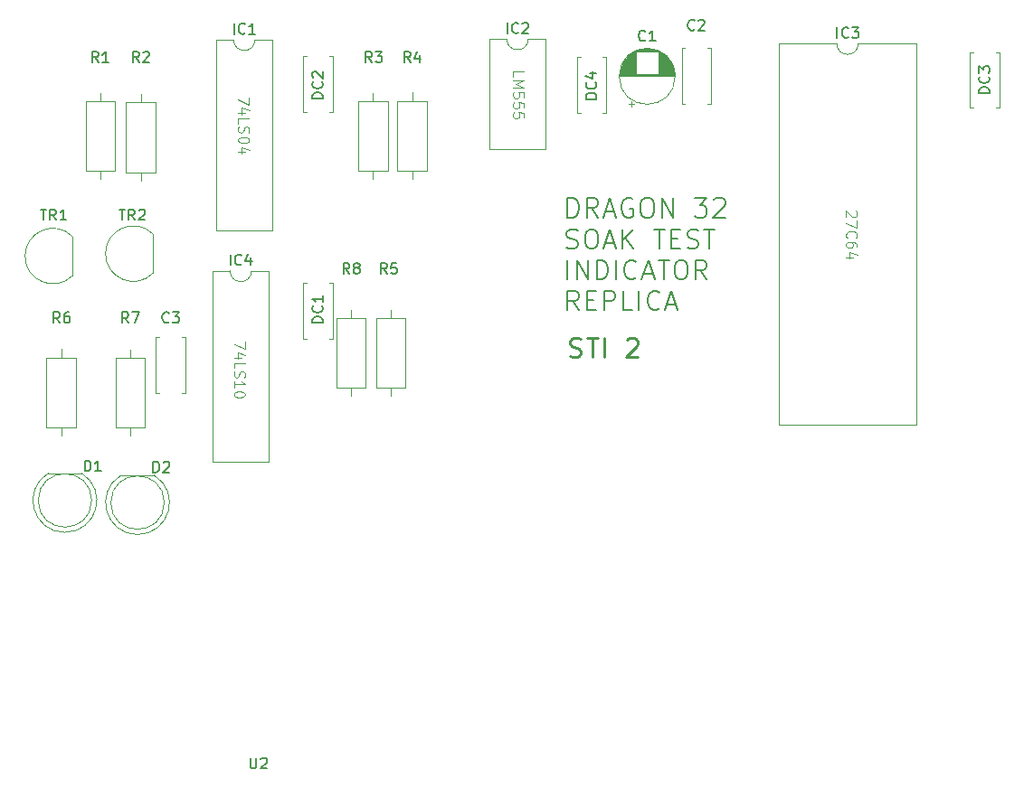
<source format=gbr>
G04 #@! TF.GenerationSoftware,KiCad,Pcbnew,7.0.10-unknown-202401271548~13fcb571f7~ubuntu23.10.1*
G04 #@! TF.CreationDate,2024-01-28T11:57:11+00:00*
G04 #@! TF.ProjectId,Dragon 32 Soak Test Cartridge,44726167-6f6e-4203-9332-20536f616b20,1.0*
G04 #@! TF.SameCoordinates,Original*
G04 #@! TF.FileFunction,Legend,Top*
G04 #@! TF.FilePolarity,Positive*
%FSLAX46Y46*%
G04 Gerber Fmt 4.6, Leading zero omitted, Abs format (unit mm)*
G04 Created by KiCad (PCBNEW 7.0.10-unknown-202401271548~13fcb571f7~ubuntu23.10.1) date 2024-01-28 11:57:11*
%MOMM*%
%LPD*%
G01*
G04 APERTURE LIST*
%ADD10C,0.187500*%
%ADD11C,0.125000*%
%ADD12C,0.225000*%
%ADD13C,0.150000*%
%ADD14C,0.120000*%
G04 APERTURE END LIST*
D10*
X94951926Y-59775964D02*
X94951926Y-57975964D01*
X94951926Y-57975964D02*
X95380497Y-57975964D01*
X95380497Y-57975964D02*
X95637640Y-58061678D01*
X95637640Y-58061678D02*
X95809069Y-58233107D01*
X95809069Y-58233107D02*
X95894783Y-58404535D01*
X95894783Y-58404535D02*
X95980497Y-58747392D01*
X95980497Y-58747392D02*
X95980497Y-59004535D01*
X95980497Y-59004535D02*
X95894783Y-59347392D01*
X95894783Y-59347392D02*
X95809069Y-59518821D01*
X95809069Y-59518821D02*
X95637640Y-59690250D01*
X95637640Y-59690250D02*
X95380497Y-59775964D01*
X95380497Y-59775964D02*
X94951926Y-59775964D01*
X97780497Y-59775964D02*
X97180497Y-58918821D01*
X96751926Y-59775964D02*
X96751926Y-57975964D01*
X96751926Y-57975964D02*
X97437640Y-57975964D01*
X97437640Y-57975964D02*
X97609069Y-58061678D01*
X97609069Y-58061678D02*
X97694783Y-58147392D01*
X97694783Y-58147392D02*
X97780497Y-58318821D01*
X97780497Y-58318821D02*
X97780497Y-58575964D01*
X97780497Y-58575964D02*
X97694783Y-58747392D01*
X97694783Y-58747392D02*
X97609069Y-58833107D01*
X97609069Y-58833107D02*
X97437640Y-58918821D01*
X97437640Y-58918821D02*
X96751926Y-58918821D01*
X98466212Y-59261678D02*
X99323355Y-59261678D01*
X98294783Y-59775964D02*
X98894783Y-57975964D01*
X98894783Y-57975964D02*
X99494783Y-59775964D01*
X101037640Y-58061678D02*
X100866212Y-57975964D01*
X100866212Y-57975964D02*
X100609069Y-57975964D01*
X100609069Y-57975964D02*
X100351926Y-58061678D01*
X100351926Y-58061678D02*
X100180497Y-58233107D01*
X100180497Y-58233107D02*
X100094783Y-58404535D01*
X100094783Y-58404535D02*
X100009069Y-58747392D01*
X100009069Y-58747392D02*
X100009069Y-59004535D01*
X100009069Y-59004535D02*
X100094783Y-59347392D01*
X100094783Y-59347392D02*
X100180497Y-59518821D01*
X100180497Y-59518821D02*
X100351926Y-59690250D01*
X100351926Y-59690250D02*
X100609069Y-59775964D01*
X100609069Y-59775964D02*
X100780497Y-59775964D01*
X100780497Y-59775964D02*
X101037640Y-59690250D01*
X101037640Y-59690250D02*
X101123354Y-59604535D01*
X101123354Y-59604535D02*
X101123354Y-59004535D01*
X101123354Y-59004535D02*
X100780497Y-59004535D01*
X102237640Y-57975964D02*
X102580497Y-57975964D01*
X102580497Y-57975964D02*
X102751926Y-58061678D01*
X102751926Y-58061678D02*
X102923354Y-58233107D01*
X102923354Y-58233107D02*
X103009069Y-58575964D01*
X103009069Y-58575964D02*
X103009069Y-59175964D01*
X103009069Y-59175964D02*
X102923354Y-59518821D01*
X102923354Y-59518821D02*
X102751926Y-59690250D01*
X102751926Y-59690250D02*
X102580497Y-59775964D01*
X102580497Y-59775964D02*
X102237640Y-59775964D01*
X102237640Y-59775964D02*
X102066212Y-59690250D01*
X102066212Y-59690250D02*
X101894783Y-59518821D01*
X101894783Y-59518821D02*
X101809069Y-59175964D01*
X101809069Y-59175964D02*
X101809069Y-58575964D01*
X101809069Y-58575964D02*
X101894783Y-58233107D01*
X101894783Y-58233107D02*
X102066212Y-58061678D01*
X102066212Y-58061678D02*
X102237640Y-57975964D01*
X103780497Y-59775964D02*
X103780497Y-57975964D01*
X103780497Y-57975964D02*
X104809068Y-59775964D01*
X104809068Y-59775964D02*
X104809068Y-57975964D01*
X106866211Y-57975964D02*
X107980497Y-57975964D01*
X107980497Y-57975964D02*
X107380497Y-58661678D01*
X107380497Y-58661678D02*
X107637640Y-58661678D01*
X107637640Y-58661678D02*
X107809069Y-58747392D01*
X107809069Y-58747392D02*
X107894783Y-58833107D01*
X107894783Y-58833107D02*
X107980497Y-59004535D01*
X107980497Y-59004535D02*
X107980497Y-59433107D01*
X107980497Y-59433107D02*
X107894783Y-59604535D01*
X107894783Y-59604535D02*
X107809069Y-59690250D01*
X107809069Y-59690250D02*
X107637640Y-59775964D01*
X107637640Y-59775964D02*
X107123354Y-59775964D01*
X107123354Y-59775964D02*
X106951926Y-59690250D01*
X106951926Y-59690250D02*
X106866211Y-59604535D01*
X108666212Y-58147392D02*
X108751926Y-58061678D01*
X108751926Y-58061678D02*
X108923355Y-57975964D01*
X108923355Y-57975964D02*
X109351926Y-57975964D01*
X109351926Y-57975964D02*
X109523355Y-58061678D01*
X109523355Y-58061678D02*
X109609069Y-58147392D01*
X109609069Y-58147392D02*
X109694783Y-58318821D01*
X109694783Y-58318821D02*
X109694783Y-58490250D01*
X109694783Y-58490250D02*
X109609069Y-58747392D01*
X109609069Y-58747392D02*
X108580497Y-59775964D01*
X108580497Y-59775964D02*
X109694783Y-59775964D01*
X94866212Y-62588250D02*
X95123355Y-62673964D01*
X95123355Y-62673964D02*
X95551926Y-62673964D01*
X95551926Y-62673964D02*
X95723355Y-62588250D01*
X95723355Y-62588250D02*
X95809069Y-62502535D01*
X95809069Y-62502535D02*
X95894783Y-62331107D01*
X95894783Y-62331107D02*
X95894783Y-62159678D01*
X95894783Y-62159678D02*
X95809069Y-61988250D01*
X95809069Y-61988250D02*
X95723355Y-61902535D01*
X95723355Y-61902535D02*
X95551926Y-61816821D01*
X95551926Y-61816821D02*
X95209069Y-61731107D01*
X95209069Y-61731107D02*
X95037640Y-61645392D01*
X95037640Y-61645392D02*
X94951926Y-61559678D01*
X94951926Y-61559678D02*
X94866212Y-61388250D01*
X94866212Y-61388250D02*
X94866212Y-61216821D01*
X94866212Y-61216821D02*
X94951926Y-61045392D01*
X94951926Y-61045392D02*
X95037640Y-60959678D01*
X95037640Y-60959678D02*
X95209069Y-60873964D01*
X95209069Y-60873964D02*
X95637640Y-60873964D01*
X95637640Y-60873964D02*
X95894783Y-60959678D01*
X97009069Y-60873964D02*
X97351926Y-60873964D01*
X97351926Y-60873964D02*
X97523355Y-60959678D01*
X97523355Y-60959678D02*
X97694783Y-61131107D01*
X97694783Y-61131107D02*
X97780498Y-61473964D01*
X97780498Y-61473964D02*
X97780498Y-62073964D01*
X97780498Y-62073964D02*
X97694783Y-62416821D01*
X97694783Y-62416821D02*
X97523355Y-62588250D01*
X97523355Y-62588250D02*
X97351926Y-62673964D01*
X97351926Y-62673964D02*
X97009069Y-62673964D01*
X97009069Y-62673964D02*
X96837641Y-62588250D01*
X96837641Y-62588250D02*
X96666212Y-62416821D01*
X96666212Y-62416821D02*
X96580498Y-62073964D01*
X96580498Y-62073964D02*
X96580498Y-61473964D01*
X96580498Y-61473964D02*
X96666212Y-61131107D01*
X96666212Y-61131107D02*
X96837641Y-60959678D01*
X96837641Y-60959678D02*
X97009069Y-60873964D01*
X98466212Y-62159678D02*
X99323355Y-62159678D01*
X98294783Y-62673964D02*
X98894783Y-60873964D01*
X98894783Y-60873964D02*
X99494783Y-62673964D01*
X100094783Y-62673964D02*
X100094783Y-60873964D01*
X101123354Y-62673964D02*
X100351926Y-61645392D01*
X101123354Y-60873964D02*
X100094783Y-61902535D01*
X103009069Y-60873964D02*
X104037641Y-60873964D01*
X103523355Y-62673964D02*
X103523355Y-60873964D01*
X104637641Y-61731107D02*
X105237641Y-61731107D01*
X105494784Y-62673964D02*
X104637641Y-62673964D01*
X104637641Y-62673964D02*
X104637641Y-60873964D01*
X104637641Y-60873964D02*
X105494784Y-60873964D01*
X106180498Y-62588250D02*
X106437641Y-62673964D01*
X106437641Y-62673964D02*
X106866212Y-62673964D01*
X106866212Y-62673964D02*
X107037641Y-62588250D01*
X107037641Y-62588250D02*
X107123355Y-62502535D01*
X107123355Y-62502535D02*
X107209069Y-62331107D01*
X107209069Y-62331107D02*
X107209069Y-62159678D01*
X107209069Y-62159678D02*
X107123355Y-61988250D01*
X107123355Y-61988250D02*
X107037641Y-61902535D01*
X107037641Y-61902535D02*
X106866212Y-61816821D01*
X106866212Y-61816821D02*
X106523355Y-61731107D01*
X106523355Y-61731107D02*
X106351926Y-61645392D01*
X106351926Y-61645392D02*
X106266212Y-61559678D01*
X106266212Y-61559678D02*
X106180498Y-61388250D01*
X106180498Y-61388250D02*
X106180498Y-61216821D01*
X106180498Y-61216821D02*
X106266212Y-61045392D01*
X106266212Y-61045392D02*
X106351926Y-60959678D01*
X106351926Y-60959678D02*
X106523355Y-60873964D01*
X106523355Y-60873964D02*
X106951926Y-60873964D01*
X106951926Y-60873964D02*
X107209069Y-60959678D01*
X107723355Y-60873964D02*
X108751927Y-60873964D01*
X108237641Y-62673964D02*
X108237641Y-60873964D01*
X94951926Y-65571964D02*
X94951926Y-63771964D01*
X95809069Y-65571964D02*
X95809069Y-63771964D01*
X95809069Y-63771964D02*
X96837640Y-65571964D01*
X96837640Y-65571964D02*
X96837640Y-63771964D01*
X97694783Y-65571964D02*
X97694783Y-63771964D01*
X97694783Y-63771964D02*
X98123354Y-63771964D01*
X98123354Y-63771964D02*
X98380497Y-63857678D01*
X98380497Y-63857678D02*
X98551926Y-64029107D01*
X98551926Y-64029107D02*
X98637640Y-64200535D01*
X98637640Y-64200535D02*
X98723354Y-64543392D01*
X98723354Y-64543392D02*
X98723354Y-64800535D01*
X98723354Y-64800535D02*
X98637640Y-65143392D01*
X98637640Y-65143392D02*
X98551926Y-65314821D01*
X98551926Y-65314821D02*
X98380497Y-65486250D01*
X98380497Y-65486250D02*
X98123354Y-65571964D01*
X98123354Y-65571964D02*
X97694783Y-65571964D01*
X99494783Y-65571964D02*
X99494783Y-63771964D01*
X101380497Y-65400535D02*
X101294783Y-65486250D01*
X101294783Y-65486250D02*
X101037640Y-65571964D01*
X101037640Y-65571964D02*
X100866212Y-65571964D01*
X100866212Y-65571964D02*
X100609069Y-65486250D01*
X100609069Y-65486250D02*
X100437640Y-65314821D01*
X100437640Y-65314821D02*
X100351926Y-65143392D01*
X100351926Y-65143392D02*
X100266212Y-64800535D01*
X100266212Y-64800535D02*
X100266212Y-64543392D01*
X100266212Y-64543392D02*
X100351926Y-64200535D01*
X100351926Y-64200535D02*
X100437640Y-64029107D01*
X100437640Y-64029107D02*
X100609069Y-63857678D01*
X100609069Y-63857678D02*
X100866212Y-63771964D01*
X100866212Y-63771964D02*
X101037640Y-63771964D01*
X101037640Y-63771964D02*
X101294783Y-63857678D01*
X101294783Y-63857678D02*
X101380497Y-63943392D01*
X102066212Y-65057678D02*
X102923355Y-65057678D01*
X101894783Y-65571964D02*
X102494783Y-63771964D01*
X102494783Y-63771964D02*
X103094783Y-65571964D01*
X103437640Y-63771964D02*
X104466212Y-63771964D01*
X103951926Y-65571964D02*
X103951926Y-63771964D01*
X105409069Y-63771964D02*
X105751926Y-63771964D01*
X105751926Y-63771964D02*
X105923355Y-63857678D01*
X105923355Y-63857678D02*
X106094783Y-64029107D01*
X106094783Y-64029107D02*
X106180498Y-64371964D01*
X106180498Y-64371964D02*
X106180498Y-64971964D01*
X106180498Y-64971964D02*
X106094783Y-65314821D01*
X106094783Y-65314821D02*
X105923355Y-65486250D01*
X105923355Y-65486250D02*
X105751926Y-65571964D01*
X105751926Y-65571964D02*
X105409069Y-65571964D01*
X105409069Y-65571964D02*
X105237641Y-65486250D01*
X105237641Y-65486250D02*
X105066212Y-65314821D01*
X105066212Y-65314821D02*
X104980498Y-64971964D01*
X104980498Y-64971964D02*
X104980498Y-64371964D01*
X104980498Y-64371964D02*
X105066212Y-64029107D01*
X105066212Y-64029107D02*
X105237641Y-63857678D01*
X105237641Y-63857678D02*
X105409069Y-63771964D01*
X107980497Y-65571964D02*
X107380497Y-64714821D01*
X106951926Y-65571964D02*
X106951926Y-63771964D01*
X106951926Y-63771964D02*
X107637640Y-63771964D01*
X107637640Y-63771964D02*
X107809069Y-63857678D01*
X107809069Y-63857678D02*
X107894783Y-63943392D01*
X107894783Y-63943392D02*
X107980497Y-64114821D01*
X107980497Y-64114821D02*
X107980497Y-64371964D01*
X107980497Y-64371964D02*
X107894783Y-64543392D01*
X107894783Y-64543392D02*
X107809069Y-64629107D01*
X107809069Y-64629107D02*
X107637640Y-64714821D01*
X107637640Y-64714821D02*
X106951926Y-64714821D01*
X95980497Y-68469964D02*
X95380497Y-67612821D01*
X94951926Y-68469964D02*
X94951926Y-66669964D01*
X94951926Y-66669964D02*
X95637640Y-66669964D01*
X95637640Y-66669964D02*
X95809069Y-66755678D01*
X95809069Y-66755678D02*
X95894783Y-66841392D01*
X95894783Y-66841392D02*
X95980497Y-67012821D01*
X95980497Y-67012821D02*
X95980497Y-67269964D01*
X95980497Y-67269964D02*
X95894783Y-67441392D01*
X95894783Y-67441392D02*
X95809069Y-67527107D01*
X95809069Y-67527107D02*
X95637640Y-67612821D01*
X95637640Y-67612821D02*
X94951926Y-67612821D01*
X96751926Y-67527107D02*
X97351926Y-67527107D01*
X97609069Y-68469964D02*
X96751926Y-68469964D01*
X96751926Y-68469964D02*
X96751926Y-66669964D01*
X96751926Y-66669964D02*
X97609069Y-66669964D01*
X98380497Y-68469964D02*
X98380497Y-66669964D01*
X98380497Y-66669964D02*
X99066211Y-66669964D01*
X99066211Y-66669964D02*
X99237640Y-66755678D01*
X99237640Y-66755678D02*
X99323354Y-66841392D01*
X99323354Y-66841392D02*
X99409068Y-67012821D01*
X99409068Y-67012821D02*
X99409068Y-67269964D01*
X99409068Y-67269964D02*
X99323354Y-67441392D01*
X99323354Y-67441392D02*
X99237640Y-67527107D01*
X99237640Y-67527107D02*
X99066211Y-67612821D01*
X99066211Y-67612821D02*
X98380497Y-67612821D01*
X101037640Y-68469964D02*
X100180497Y-68469964D01*
X100180497Y-68469964D02*
X100180497Y-66669964D01*
X101637640Y-68469964D02*
X101637640Y-66669964D01*
X103523354Y-68298535D02*
X103437640Y-68384250D01*
X103437640Y-68384250D02*
X103180497Y-68469964D01*
X103180497Y-68469964D02*
X103009069Y-68469964D01*
X103009069Y-68469964D02*
X102751926Y-68384250D01*
X102751926Y-68384250D02*
X102580497Y-68212821D01*
X102580497Y-68212821D02*
X102494783Y-68041392D01*
X102494783Y-68041392D02*
X102409069Y-67698535D01*
X102409069Y-67698535D02*
X102409069Y-67441392D01*
X102409069Y-67441392D02*
X102494783Y-67098535D01*
X102494783Y-67098535D02*
X102580497Y-66927107D01*
X102580497Y-66927107D02*
X102751926Y-66755678D01*
X102751926Y-66755678D02*
X103009069Y-66669964D01*
X103009069Y-66669964D02*
X103180497Y-66669964D01*
X103180497Y-66669964D02*
X103437640Y-66755678D01*
X103437640Y-66755678D02*
X103523354Y-66841392D01*
X104209069Y-67955678D02*
X105066212Y-67955678D01*
X104037640Y-68469964D02*
X104637640Y-66669964D01*
X104637640Y-66669964D02*
X105237640Y-68469964D01*
D11*
X65128880Y-48525093D02*
X65128880Y-49191759D01*
X65128880Y-49191759D02*
X64128880Y-48763188D01*
X64795547Y-50001283D02*
X64128880Y-50001283D01*
X65176500Y-49763188D02*
X64462214Y-49525093D01*
X64462214Y-49525093D02*
X64462214Y-50144140D01*
X64128880Y-51001283D02*
X64128880Y-50525093D01*
X64128880Y-50525093D02*
X65128880Y-50525093D01*
X64176500Y-51286998D02*
X64128880Y-51429855D01*
X64128880Y-51429855D02*
X64128880Y-51667950D01*
X64128880Y-51667950D02*
X64176500Y-51763188D01*
X64176500Y-51763188D02*
X64224119Y-51810807D01*
X64224119Y-51810807D02*
X64319357Y-51858426D01*
X64319357Y-51858426D02*
X64414595Y-51858426D01*
X64414595Y-51858426D02*
X64509833Y-51810807D01*
X64509833Y-51810807D02*
X64557452Y-51763188D01*
X64557452Y-51763188D02*
X64605071Y-51667950D01*
X64605071Y-51667950D02*
X64652690Y-51477474D01*
X64652690Y-51477474D02*
X64700309Y-51382236D01*
X64700309Y-51382236D02*
X64747928Y-51334617D01*
X64747928Y-51334617D02*
X64843166Y-51286998D01*
X64843166Y-51286998D02*
X64938404Y-51286998D01*
X64938404Y-51286998D02*
X65033642Y-51334617D01*
X65033642Y-51334617D02*
X65081261Y-51382236D01*
X65081261Y-51382236D02*
X65128880Y-51477474D01*
X65128880Y-51477474D02*
X65128880Y-51715569D01*
X65128880Y-51715569D02*
X65081261Y-51858426D01*
X65128880Y-52477474D02*
X65128880Y-52572712D01*
X65128880Y-52572712D02*
X65081261Y-52667950D01*
X65081261Y-52667950D02*
X65033642Y-52715569D01*
X65033642Y-52715569D02*
X64938404Y-52763188D01*
X64938404Y-52763188D02*
X64747928Y-52810807D01*
X64747928Y-52810807D02*
X64509833Y-52810807D01*
X64509833Y-52810807D02*
X64319357Y-52763188D01*
X64319357Y-52763188D02*
X64224119Y-52715569D01*
X64224119Y-52715569D02*
X64176500Y-52667950D01*
X64176500Y-52667950D02*
X64128880Y-52572712D01*
X64128880Y-52572712D02*
X64128880Y-52477474D01*
X64128880Y-52477474D02*
X64176500Y-52382236D01*
X64176500Y-52382236D02*
X64224119Y-52334617D01*
X64224119Y-52334617D02*
X64319357Y-52286998D01*
X64319357Y-52286998D02*
X64509833Y-52239379D01*
X64509833Y-52239379D02*
X64747928Y-52239379D01*
X64747928Y-52239379D02*
X64938404Y-52286998D01*
X64938404Y-52286998D02*
X65033642Y-52334617D01*
X65033642Y-52334617D02*
X65081261Y-52382236D01*
X65081261Y-52382236D02*
X65128880Y-52477474D01*
X64795547Y-53667950D02*
X64128880Y-53667950D01*
X65176500Y-53429855D02*
X64462214Y-53191760D01*
X64462214Y-53191760D02*
X64462214Y-53810807D01*
X64728880Y-71425093D02*
X64728880Y-72091759D01*
X64728880Y-72091759D02*
X63728880Y-71663188D01*
X64395547Y-72901283D02*
X63728880Y-72901283D01*
X64776500Y-72663188D02*
X64062214Y-72425093D01*
X64062214Y-72425093D02*
X64062214Y-73044140D01*
X63728880Y-73901283D02*
X63728880Y-73425093D01*
X63728880Y-73425093D02*
X64728880Y-73425093D01*
X63776500Y-74186998D02*
X63728880Y-74329855D01*
X63728880Y-74329855D02*
X63728880Y-74567950D01*
X63728880Y-74567950D02*
X63776500Y-74663188D01*
X63776500Y-74663188D02*
X63824119Y-74710807D01*
X63824119Y-74710807D02*
X63919357Y-74758426D01*
X63919357Y-74758426D02*
X64014595Y-74758426D01*
X64014595Y-74758426D02*
X64109833Y-74710807D01*
X64109833Y-74710807D02*
X64157452Y-74663188D01*
X64157452Y-74663188D02*
X64205071Y-74567950D01*
X64205071Y-74567950D02*
X64252690Y-74377474D01*
X64252690Y-74377474D02*
X64300309Y-74282236D01*
X64300309Y-74282236D02*
X64347928Y-74234617D01*
X64347928Y-74234617D02*
X64443166Y-74186998D01*
X64443166Y-74186998D02*
X64538404Y-74186998D01*
X64538404Y-74186998D02*
X64633642Y-74234617D01*
X64633642Y-74234617D02*
X64681261Y-74282236D01*
X64681261Y-74282236D02*
X64728880Y-74377474D01*
X64728880Y-74377474D02*
X64728880Y-74615569D01*
X64728880Y-74615569D02*
X64681261Y-74758426D01*
X63728880Y-75710807D02*
X63728880Y-75139379D01*
X63728880Y-75425093D02*
X64728880Y-75425093D01*
X64728880Y-75425093D02*
X64586023Y-75329855D01*
X64586023Y-75329855D02*
X64490785Y-75234617D01*
X64490785Y-75234617D02*
X64443166Y-75139379D01*
X64728880Y-76329855D02*
X64728880Y-76425093D01*
X64728880Y-76425093D02*
X64681261Y-76520331D01*
X64681261Y-76520331D02*
X64633642Y-76567950D01*
X64633642Y-76567950D02*
X64538404Y-76615569D01*
X64538404Y-76615569D02*
X64347928Y-76663188D01*
X64347928Y-76663188D02*
X64109833Y-76663188D01*
X64109833Y-76663188D02*
X63919357Y-76615569D01*
X63919357Y-76615569D02*
X63824119Y-76567950D01*
X63824119Y-76567950D02*
X63776500Y-76520331D01*
X63776500Y-76520331D02*
X63728880Y-76425093D01*
X63728880Y-76425093D02*
X63728880Y-76329855D01*
X63728880Y-76329855D02*
X63776500Y-76234617D01*
X63776500Y-76234617D02*
X63824119Y-76186998D01*
X63824119Y-76186998D02*
X63919357Y-76139379D01*
X63919357Y-76139379D02*
X64109833Y-76091760D01*
X64109833Y-76091760D02*
X64347928Y-76091760D01*
X64347928Y-76091760D02*
X64538404Y-76139379D01*
X64538404Y-76139379D02*
X64633642Y-76186998D01*
X64633642Y-76186998D02*
X64681261Y-76234617D01*
X64681261Y-76234617D02*
X64728880Y-76329855D01*
X121933642Y-59172712D02*
X121981261Y-59220331D01*
X121981261Y-59220331D02*
X122028880Y-59315569D01*
X122028880Y-59315569D02*
X122028880Y-59553664D01*
X122028880Y-59553664D02*
X121981261Y-59648902D01*
X121981261Y-59648902D02*
X121933642Y-59696521D01*
X121933642Y-59696521D02*
X121838404Y-59744140D01*
X121838404Y-59744140D02*
X121743166Y-59744140D01*
X121743166Y-59744140D02*
X121600309Y-59696521D01*
X121600309Y-59696521D02*
X121028880Y-59125093D01*
X121028880Y-59125093D02*
X121028880Y-59744140D01*
X122028880Y-60077474D02*
X122028880Y-60744140D01*
X122028880Y-60744140D02*
X121028880Y-60315569D01*
X121124119Y-61696521D02*
X121076500Y-61648902D01*
X121076500Y-61648902D02*
X121028880Y-61506045D01*
X121028880Y-61506045D02*
X121028880Y-61410807D01*
X121028880Y-61410807D02*
X121076500Y-61267950D01*
X121076500Y-61267950D02*
X121171738Y-61172712D01*
X121171738Y-61172712D02*
X121266976Y-61125093D01*
X121266976Y-61125093D02*
X121457452Y-61077474D01*
X121457452Y-61077474D02*
X121600309Y-61077474D01*
X121600309Y-61077474D02*
X121790785Y-61125093D01*
X121790785Y-61125093D02*
X121886023Y-61172712D01*
X121886023Y-61172712D02*
X121981261Y-61267950D01*
X121981261Y-61267950D02*
X122028880Y-61410807D01*
X122028880Y-61410807D02*
X122028880Y-61506045D01*
X122028880Y-61506045D02*
X121981261Y-61648902D01*
X121981261Y-61648902D02*
X121933642Y-61696521D01*
X122028880Y-62553664D02*
X122028880Y-62363188D01*
X122028880Y-62363188D02*
X121981261Y-62267950D01*
X121981261Y-62267950D02*
X121933642Y-62220331D01*
X121933642Y-62220331D02*
X121790785Y-62125093D01*
X121790785Y-62125093D02*
X121600309Y-62077474D01*
X121600309Y-62077474D02*
X121219357Y-62077474D01*
X121219357Y-62077474D02*
X121124119Y-62125093D01*
X121124119Y-62125093D02*
X121076500Y-62172712D01*
X121076500Y-62172712D02*
X121028880Y-62267950D01*
X121028880Y-62267950D02*
X121028880Y-62458426D01*
X121028880Y-62458426D02*
X121076500Y-62553664D01*
X121076500Y-62553664D02*
X121124119Y-62601283D01*
X121124119Y-62601283D02*
X121219357Y-62648902D01*
X121219357Y-62648902D02*
X121457452Y-62648902D01*
X121457452Y-62648902D02*
X121552690Y-62601283D01*
X121552690Y-62601283D02*
X121600309Y-62553664D01*
X121600309Y-62553664D02*
X121647928Y-62458426D01*
X121647928Y-62458426D02*
X121647928Y-62267950D01*
X121647928Y-62267950D02*
X121600309Y-62172712D01*
X121600309Y-62172712D02*
X121552690Y-62125093D01*
X121552690Y-62125093D02*
X121457452Y-62077474D01*
X121695547Y-63506045D02*
X121028880Y-63506045D01*
X122076500Y-63267950D02*
X121362214Y-63029855D01*
X121362214Y-63029855D02*
X121362214Y-63648902D01*
D12*
X95190883Y-72782300D02*
X95448026Y-72868014D01*
X95448026Y-72868014D02*
X95876597Y-72868014D01*
X95876597Y-72868014D02*
X96048026Y-72782300D01*
X96048026Y-72782300D02*
X96133740Y-72696585D01*
X96133740Y-72696585D02*
X96219454Y-72525157D01*
X96219454Y-72525157D02*
X96219454Y-72353728D01*
X96219454Y-72353728D02*
X96133740Y-72182300D01*
X96133740Y-72182300D02*
X96048026Y-72096585D01*
X96048026Y-72096585D02*
X95876597Y-72010871D01*
X95876597Y-72010871D02*
X95533740Y-71925157D01*
X95533740Y-71925157D02*
X95362311Y-71839442D01*
X95362311Y-71839442D02*
X95276597Y-71753728D01*
X95276597Y-71753728D02*
X95190883Y-71582300D01*
X95190883Y-71582300D02*
X95190883Y-71410871D01*
X95190883Y-71410871D02*
X95276597Y-71239442D01*
X95276597Y-71239442D02*
X95362311Y-71153728D01*
X95362311Y-71153728D02*
X95533740Y-71068014D01*
X95533740Y-71068014D02*
X95962311Y-71068014D01*
X95962311Y-71068014D02*
X96219454Y-71153728D01*
X96733740Y-71068014D02*
X97762312Y-71068014D01*
X97248026Y-72868014D02*
X97248026Y-71068014D01*
X98362312Y-72868014D02*
X98362312Y-71068014D01*
X100505170Y-71239442D02*
X100590884Y-71153728D01*
X100590884Y-71153728D02*
X100762313Y-71068014D01*
X100762313Y-71068014D02*
X101190884Y-71068014D01*
X101190884Y-71068014D02*
X101362313Y-71153728D01*
X101362313Y-71153728D02*
X101448027Y-71239442D01*
X101448027Y-71239442D02*
X101533741Y-71410871D01*
X101533741Y-71410871D02*
X101533741Y-71582300D01*
X101533741Y-71582300D02*
X101448027Y-71839442D01*
X101448027Y-71839442D02*
X100419455Y-72868014D01*
X100419455Y-72868014D02*
X101533741Y-72868014D01*
D11*
X89828880Y-46596521D02*
X89828880Y-46120331D01*
X89828880Y-46120331D02*
X90828880Y-46120331D01*
X89828880Y-46929855D02*
X90828880Y-46929855D01*
X90828880Y-46929855D02*
X90114595Y-47263188D01*
X90114595Y-47263188D02*
X90828880Y-47596521D01*
X90828880Y-47596521D02*
X89828880Y-47596521D01*
X90828880Y-48548902D02*
X90828880Y-48072712D01*
X90828880Y-48072712D02*
X90352690Y-48025093D01*
X90352690Y-48025093D02*
X90400309Y-48072712D01*
X90400309Y-48072712D02*
X90447928Y-48167950D01*
X90447928Y-48167950D02*
X90447928Y-48406045D01*
X90447928Y-48406045D02*
X90400309Y-48501283D01*
X90400309Y-48501283D02*
X90352690Y-48548902D01*
X90352690Y-48548902D02*
X90257452Y-48596521D01*
X90257452Y-48596521D02*
X90019357Y-48596521D01*
X90019357Y-48596521D02*
X89924119Y-48548902D01*
X89924119Y-48548902D02*
X89876500Y-48501283D01*
X89876500Y-48501283D02*
X89828880Y-48406045D01*
X89828880Y-48406045D02*
X89828880Y-48167950D01*
X89828880Y-48167950D02*
X89876500Y-48072712D01*
X89876500Y-48072712D02*
X89924119Y-48025093D01*
X90828880Y-49501283D02*
X90828880Y-49025093D01*
X90828880Y-49025093D02*
X90352690Y-48977474D01*
X90352690Y-48977474D02*
X90400309Y-49025093D01*
X90400309Y-49025093D02*
X90447928Y-49120331D01*
X90447928Y-49120331D02*
X90447928Y-49358426D01*
X90447928Y-49358426D02*
X90400309Y-49453664D01*
X90400309Y-49453664D02*
X90352690Y-49501283D01*
X90352690Y-49501283D02*
X90257452Y-49548902D01*
X90257452Y-49548902D02*
X90019357Y-49548902D01*
X90019357Y-49548902D02*
X89924119Y-49501283D01*
X89924119Y-49501283D02*
X89876500Y-49453664D01*
X89876500Y-49453664D02*
X89828880Y-49358426D01*
X89828880Y-49358426D02*
X89828880Y-49120331D01*
X89828880Y-49120331D02*
X89876500Y-49025093D01*
X89876500Y-49025093D02*
X89924119Y-48977474D01*
X90828880Y-50453664D02*
X90828880Y-49977474D01*
X90828880Y-49977474D02*
X90352690Y-49929855D01*
X90352690Y-49929855D02*
X90400309Y-49977474D01*
X90400309Y-49977474D02*
X90447928Y-50072712D01*
X90447928Y-50072712D02*
X90447928Y-50310807D01*
X90447928Y-50310807D02*
X90400309Y-50406045D01*
X90400309Y-50406045D02*
X90352690Y-50453664D01*
X90352690Y-50453664D02*
X90257452Y-50501283D01*
X90257452Y-50501283D02*
X90019357Y-50501283D01*
X90019357Y-50501283D02*
X89924119Y-50453664D01*
X89924119Y-50453664D02*
X89876500Y-50406045D01*
X89876500Y-50406045D02*
X89828880Y-50310807D01*
X89828880Y-50310807D02*
X89828880Y-50072712D01*
X89828880Y-50072712D02*
X89876500Y-49977474D01*
X89876500Y-49977474D02*
X89924119Y-49929855D01*
D13*
X63383810Y-64244819D02*
X63383810Y-63244819D01*
X64431428Y-64149580D02*
X64383809Y-64197200D01*
X64383809Y-64197200D02*
X64240952Y-64244819D01*
X64240952Y-64244819D02*
X64145714Y-64244819D01*
X64145714Y-64244819D02*
X64002857Y-64197200D01*
X64002857Y-64197200D02*
X63907619Y-64101961D01*
X63907619Y-64101961D02*
X63860000Y-64006723D01*
X63860000Y-64006723D02*
X63812381Y-63816247D01*
X63812381Y-63816247D02*
X63812381Y-63673390D01*
X63812381Y-63673390D02*
X63860000Y-63482914D01*
X63860000Y-63482914D02*
X63907619Y-63387676D01*
X63907619Y-63387676D02*
X64002857Y-63292438D01*
X64002857Y-63292438D02*
X64145714Y-63244819D01*
X64145714Y-63244819D02*
X64240952Y-63244819D01*
X64240952Y-63244819D02*
X64383809Y-63292438D01*
X64383809Y-63292438D02*
X64431428Y-63340057D01*
X65288571Y-63578152D02*
X65288571Y-64244819D01*
X65050476Y-63197200D02*
X64812381Y-63911485D01*
X64812381Y-63911485D02*
X65431428Y-63911485D01*
X65238095Y-110404819D02*
X65238095Y-111214342D01*
X65238095Y-111214342D02*
X65285714Y-111309580D01*
X65285714Y-111309580D02*
X65333333Y-111357200D01*
X65333333Y-111357200D02*
X65428571Y-111404819D01*
X65428571Y-111404819D02*
X65619047Y-111404819D01*
X65619047Y-111404819D02*
X65714285Y-111357200D01*
X65714285Y-111357200D02*
X65761904Y-111309580D01*
X65761904Y-111309580D02*
X65809523Y-111214342D01*
X65809523Y-111214342D02*
X65809523Y-110404819D01*
X66238095Y-110500057D02*
X66285714Y-110452438D01*
X66285714Y-110452438D02*
X66380952Y-110404819D01*
X66380952Y-110404819D02*
X66619047Y-110404819D01*
X66619047Y-110404819D02*
X66714285Y-110452438D01*
X66714285Y-110452438D02*
X66761904Y-110500057D01*
X66761904Y-110500057D02*
X66809523Y-110595295D01*
X66809523Y-110595295D02*
X66809523Y-110690533D01*
X66809523Y-110690533D02*
X66761904Y-110833390D01*
X66761904Y-110833390D02*
X66190476Y-111404819D01*
X66190476Y-111404819D02*
X66809523Y-111404819D01*
X49761905Y-83554819D02*
X49761905Y-82554819D01*
X49761905Y-82554819D02*
X50000000Y-82554819D01*
X50000000Y-82554819D02*
X50142857Y-82602438D01*
X50142857Y-82602438D02*
X50238095Y-82697676D01*
X50238095Y-82697676D02*
X50285714Y-82792914D01*
X50285714Y-82792914D02*
X50333333Y-82983390D01*
X50333333Y-82983390D02*
X50333333Y-83126247D01*
X50333333Y-83126247D02*
X50285714Y-83316723D01*
X50285714Y-83316723D02*
X50238095Y-83411961D01*
X50238095Y-83411961D02*
X50142857Y-83507200D01*
X50142857Y-83507200D02*
X50000000Y-83554819D01*
X50000000Y-83554819D02*
X49761905Y-83554819D01*
X51285714Y-83554819D02*
X50714286Y-83554819D01*
X51000000Y-83554819D02*
X51000000Y-82554819D01*
X51000000Y-82554819D02*
X50904762Y-82697676D01*
X50904762Y-82697676D02*
X50809524Y-82792914D01*
X50809524Y-82792914D02*
X50714286Y-82840533D01*
X120181810Y-42955819D02*
X120181810Y-41955819D01*
X121229428Y-42860580D02*
X121181809Y-42908200D01*
X121181809Y-42908200D02*
X121038952Y-42955819D01*
X121038952Y-42955819D02*
X120943714Y-42955819D01*
X120943714Y-42955819D02*
X120800857Y-42908200D01*
X120800857Y-42908200D02*
X120705619Y-42812961D01*
X120705619Y-42812961D02*
X120658000Y-42717723D01*
X120658000Y-42717723D02*
X120610381Y-42527247D01*
X120610381Y-42527247D02*
X120610381Y-42384390D01*
X120610381Y-42384390D02*
X120658000Y-42193914D01*
X120658000Y-42193914D02*
X120705619Y-42098676D01*
X120705619Y-42098676D02*
X120800857Y-42003438D01*
X120800857Y-42003438D02*
X120943714Y-41955819D01*
X120943714Y-41955819D02*
X121038952Y-41955819D01*
X121038952Y-41955819D02*
X121181809Y-42003438D01*
X121181809Y-42003438D02*
X121229428Y-42051057D01*
X121562762Y-41955819D02*
X122181809Y-41955819D01*
X122181809Y-41955819D02*
X121848476Y-42336771D01*
X121848476Y-42336771D02*
X121991333Y-42336771D01*
X121991333Y-42336771D02*
X122086571Y-42384390D01*
X122086571Y-42384390D02*
X122134190Y-42432009D01*
X122134190Y-42432009D02*
X122181809Y-42527247D01*
X122181809Y-42527247D02*
X122181809Y-42765342D01*
X122181809Y-42765342D02*
X122134190Y-42860580D01*
X122134190Y-42860580D02*
X122086571Y-42908200D01*
X122086571Y-42908200D02*
X121991333Y-42955819D01*
X121991333Y-42955819D02*
X121705619Y-42955819D01*
X121705619Y-42955819D02*
X121610381Y-42908200D01*
X121610381Y-42908200D02*
X121562762Y-42860580D01*
X72054819Y-69638094D02*
X71054819Y-69638094D01*
X71054819Y-69638094D02*
X71054819Y-69399999D01*
X71054819Y-69399999D02*
X71102438Y-69257142D01*
X71102438Y-69257142D02*
X71197676Y-69161904D01*
X71197676Y-69161904D02*
X71292914Y-69114285D01*
X71292914Y-69114285D02*
X71483390Y-69066666D01*
X71483390Y-69066666D02*
X71626247Y-69066666D01*
X71626247Y-69066666D02*
X71816723Y-69114285D01*
X71816723Y-69114285D02*
X71911961Y-69161904D01*
X71911961Y-69161904D02*
X72007200Y-69257142D01*
X72007200Y-69257142D02*
X72054819Y-69399999D01*
X72054819Y-69399999D02*
X72054819Y-69638094D01*
X71959580Y-68066666D02*
X72007200Y-68114285D01*
X72007200Y-68114285D02*
X72054819Y-68257142D01*
X72054819Y-68257142D02*
X72054819Y-68352380D01*
X72054819Y-68352380D02*
X72007200Y-68495237D01*
X72007200Y-68495237D02*
X71911961Y-68590475D01*
X71911961Y-68590475D02*
X71816723Y-68638094D01*
X71816723Y-68638094D02*
X71626247Y-68685713D01*
X71626247Y-68685713D02*
X71483390Y-68685713D01*
X71483390Y-68685713D02*
X71292914Y-68638094D01*
X71292914Y-68638094D02*
X71197676Y-68590475D01*
X71197676Y-68590475D02*
X71102438Y-68495237D01*
X71102438Y-68495237D02*
X71054819Y-68352380D01*
X71054819Y-68352380D02*
X71054819Y-68257142D01*
X71054819Y-68257142D02*
X71102438Y-68114285D01*
X71102438Y-68114285D02*
X71150057Y-68066666D01*
X72054819Y-67114285D02*
X72054819Y-67685713D01*
X72054819Y-67399999D02*
X71054819Y-67399999D01*
X71054819Y-67399999D02*
X71197676Y-67495237D01*
X71197676Y-67495237D02*
X71292914Y-67590475D01*
X71292914Y-67590475D02*
X71340533Y-67685713D01*
X72054819Y-48638094D02*
X71054819Y-48638094D01*
X71054819Y-48638094D02*
X71054819Y-48399999D01*
X71054819Y-48399999D02*
X71102438Y-48257142D01*
X71102438Y-48257142D02*
X71197676Y-48161904D01*
X71197676Y-48161904D02*
X71292914Y-48114285D01*
X71292914Y-48114285D02*
X71483390Y-48066666D01*
X71483390Y-48066666D02*
X71626247Y-48066666D01*
X71626247Y-48066666D02*
X71816723Y-48114285D01*
X71816723Y-48114285D02*
X71911961Y-48161904D01*
X71911961Y-48161904D02*
X72007200Y-48257142D01*
X72007200Y-48257142D02*
X72054819Y-48399999D01*
X72054819Y-48399999D02*
X72054819Y-48638094D01*
X71959580Y-47066666D02*
X72007200Y-47114285D01*
X72007200Y-47114285D02*
X72054819Y-47257142D01*
X72054819Y-47257142D02*
X72054819Y-47352380D01*
X72054819Y-47352380D02*
X72007200Y-47495237D01*
X72007200Y-47495237D02*
X71911961Y-47590475D01*
X71911961Y-47590475D02*
X71816723Y-47638094D01*
X71816723Y-47638094D02*
X71626247Y-47685713D01*
X71626247Y-47685713D02*
X71483390Y-47685713D01*
X71483390Y-47685713D02*
X71292914Y-47638094D01*
X71292914Y-47638094D02*
X71197676Y-47590475D01*
X71197676Y-47590475D02*
X71102438Y-47495237D01*
X71102438Y-47495237D02*
X71054819Y-47352380D01*
X71054819Y-47352380D02*
X71054819Y-47257142D01*
X71054819Y-47257142D02*
X71102438Y-47114285D01*
X71102438Y-47114285D02*
X71150057Y-47066666D01*
X71150057Y-46685713D02*
X71102438Y-46638094D01*
X71102438Y-46638094D02*
X71054819Y-46542856D01*
X71054819Y-46542856D02*
X71054819Y-46304761D01*
X71054819Y-46304761D02*
X71102438Y-46209523D01*
X71102438Y-46209523D02*
X71150057Y-46161904D01*
X71150057Y-46161904D02*
X71245295Y-46114285D01*
X71245295Y-46114285D02*
X71340533Y-46114285D01*
X71340533Y-46114285D02*
X71483390Y-46161904D01*
X71483390Y-46161904D02*
X72054819Y-46733332D01*
X72054819Y-46733332D02*
X72054819Y-46114285D01*
X54833333Y-45254819D02*
X54500000Y-44778628D01*
X54261905Y-45254819D02*
X54261905Y-44254819D01*
X54261905Y-44254819D02*
X54642857Y-44254819D01*
X54642857Y-44254819D02*
X54738095Y-44302438D01*
X54738095Y-44302438D02*
X54785714Y-44350057D01*
X54785714Y-44350057D02*
X54833333Y-44445295D01*
X54833333Y-44445295D02*
X54833333Y-44588152D01*
X54833333Y-44588152D02*
X54785714Y-44683390D01*
X54785714Y-44683390D02*
X54738095Y-44731009D01*
X54738095Y-44731009D02*
X54642857Y-44778628D01*
X54642857Y-44778628D02*
X54261905Y-44778628D01*
X55214286Y-44350057D02*
X55261905Y-44302438D01*
X55261905Y-44302438D02*
X55357143Y-44254819D01*
X55357143Y-44254819D02*
X55595238Y-44254819D01*
X55595238Y-44254819D02*
X55690476Y-44302438D01*
X55690476Y-44302438D02*
X55738095Y-44350057D01*
X55738095Y-44350057D02*
X55785714Y-44445295D01*
X55785714Y-44445295D02*
X55785714Y-44540533D01*
X55785714Y-44540533D02*
X55738095Y-44683390D01*
X55738095Y-44683390D02*
X55166667Y-45254819D01*
X55166667Y-45254819D02*
X55785714Y-45254819D01*
X78033333Y-65054819D02*
X77700000Y-64578628D01*
X77461905Y-65054819D02*
X77461905Y-64054819D01*
X77461905Y-64054819D02*
X77842857Y-64054819D01*
X77842857Y-64054819D02*
X77938095Y-64102438D01*
X77938095Y-64102438D02*
X77985714Y-64150057D01*
X77985714Y-64150057D02*
X78033333Y-64245295D01*
X78033333Y-64245295D02*
X78033333Y-64388152D01*
X78033333Y-64388152D02*
X77985714Y-64483390D01*
X77985714Y-64483390D02*
X77938095Y-64531009D01*
X77938095Y-64531009D02*
X77842857Y-64578628D01*
X77842857Y-64578628D02*
X77461905Y-64578628D01*
X78938095Y-64054819D02*
X78461905Y-64054819D01*
X78461905Y-64054819D02*
X78414286Y-64531009D01*
X78414286Y-64531009D02*
X78461905Y-64483390D01*
X78461905Y-64483390D02*
X78557143Y-64435771D01*
X78557143Y-64435771D02*
X78795238Y-64435771D01*
X78795238Y-64435771D02*
X78890476Y-64483390D01*
X78890476Y-64483390D02*
X78938095Y-64531009D01*
X78938095Y-64531009D02*
X78985714Y-64626247D01*
X78985714Y-64626247D02*
X78985714Y-64864342D01*
X78985714Y-64864342D02*
X78938095Y-64959580D01*
X78938095Y-64959580D02*
X78890476Y-65007200D01*
X78890476Y-65007200D02*
X78795238Y-65054819D01*
X78795238Y-65054819D02*
X78557143Y-65054819D01*
X78557143Y-65054819D02*
X78461905Y-65007200D01*
X78461905Y-65007200D02*
X78414286Y-64959580D01*
X45601095Y-59017819D02*
X46172523Y-59017819D01*
X45886809Y-60017819D02*
X45886809Y-59017819D01*
X47077285Y-60017819D02*
X46743952Y-59541628D01*
X46505857Y-60017819D02*
X46505857Y-59017819D01*
X46505857Y-59017819D02*
X46886809Y-59017819D01*
X46886809Y-59017819D02*
X46982047Y-59065438D01*
X46982047Y-59065438D02*
X47029666Y-59113057D01*
X47029666Y-59113057D02*
X47077285Y-59208295D01*
X47077285Y-59208295D02*
X47077285Y-59351152D01*
X47077285Y-59351152D02*
X47029666Y-59446390D01*
X47029666Y-59446390D02*
X46982047Y-59494009D01*
X46982047Y-59494009D02*
X46886809Y-59541628D01*
X46886809Y-59541628D02*
X46505857Y-59541628D01*
X48029666Y-60017819D02*
X47458238Y-60017819D01*
X47743952Y-60017819D02*
X47743952Y-59017819D01*
X47743952Y-59017819D02*
X47648714Y-59160676D01*
X47648714Y-59160676D02*
X47553476Y-59255914D01*
X47553476Y-59255914D02*
X47458238Y-59303533D01*
X106833333Y-42159580D02*
X106785714Y-42207200D01*
X106785714Y-42207200D02*
X106642857Y-42254819D01*
X106642857Y-42254819D02*
X106547619Y-42254819D01*
X106547619Y-42254819D02*
X106404762Y-42207200D01*
X106404762Y-42207200D02*
X106309524Y-42111961D01*
X106309524Y-42111961D02*
X106261905Y-42016723D01*
X106261905Y-42016723D02*
X106214286Y-41826247D01*
X106214286Y-41826247D02*
X106214286Y-41683390D01*
X106214286Y-41683390D02*
X106261905Y-41492914D01*
X106261905Y-41492914D02*
X106309524Y-41397676D01*
X106309524Y-41397676D02*
X106404762Y-41302438D01*
X106404762Y-41302438D02*
X106547619Y-41254819D01*
X106547619Y-41254819D02*
X106642857Y-41254819D01*
X106642857Y-41254819D02*
X106785714Y-41302438D01*
X106785714Y-41302438D02*
X106833333Y-41350057D01*
X107214286Y-41350057D02*
X107261905Y-41302438D01*
X107261905Y-41302438D02*
X107357143Y-41254819D01*
X107357143Y-41254819D02*
X107595238Y-41254819D01*
X107595238Y-41254819D02*
X107690476Y-41302438D01*
X107690476Y-41302438D02*
X107738095Y-41350057D01*
X107738095Y-41350057D02*
X107785714Y-41445295D01*
X107785714Y-41445295D02*
X107785714Y-41540533D01*
X107785714Y-41540533D02*
X107738095Y-41683390D01*
X107738095Y-41683390D02*
X107166667Y-42254819D01*
X107166667Y-42254819D02*
X107785714Y-42254819D01*
X53833333Y-69654819D02*
X53500000Y-69178628D01*
X53261905Y-69654819D02*
X53261905Y-68654819D01*
X53261905Y-68654819D02*
X53642857Y-68654819D01*
X53642857Y-68654819D02*
X53738095Y-68702438D01*
X53738095Y-68702438D02*
X53785714Y-68750057D01*
X53785714Y-68750057D02*
X53833333Y-68845295D01*
X53833333Y-68845295D02*
X53833333Y-68988152D01*
X53833333Y-68988152D02*
X53785714Y-69083390D01*
X53785714Y-69083390D02*
X53738095Y-69131009D01*
X53738095Y-69131009D02*
X53642857Y-69178628D01*
X53642857Y-69178628D02*
X53261905Y-69178628D01*
X54166667Y-68654819D02*
X54833333Y-68654819D01*
X54833333Y-68654819D02*
X54404762Y-69654819D01*
X89283810Y-42524819D02*
X89283810Y-41524819D01*
X90331428Y-42429580D02*
X90283809Y-42477200D01*
X90283809Y-42477200D02*
X90140952Y-42524819D01*
X90140952Y-42524819D02*
X90045714Y-42524819D01*
X90045714Y-42524819D02*
X89902857Y-42477200D01*
X89902857Y-42477200D02*
X89807619Y-42381961D01*
X89807619Y-42381961D02*
X89760000Y-42286723D01*
X89760000Y-42286723D02*
X89712381Y-42096247D01*
X89712381Y-42096247D02*
X89712381Y-41953390D01*
X89712381Y-41953390D02*
X89760000Y-41762914D01*
X89760000Y-41762914D02*
X89807619Y-41667676D01*
X89807619Y-41667676D02*
X89902857Y-41572438D01*
X89902857Y-41572438D02*
X90045714Y-41524819D01*
X90045714Y-41524819D02*
X90140952Y-41524819D01*
X90140952Y-41524819D02*
X90283809Y-41572438D01*
X90283809Y-41572438D02*
X90331428Y-41620057D01*
X90712381Y-41620057D02*
X90760000Y-41572438D01*
X90760000Y-41572438D02*
X90855238Y-41524819D01*
X90855238Y-41524819D02*
X91093333Y-41524819D01*
X91093333Y-41524819D02*
X91188571Y-41572438D01*
X91188571Y-41572438D02*
X91236190Y-41620057D01*
X91236190Y-41620057D02*
X91283809Y-41715295D01*
X91283809Y-41715295D02*
X91283809Y-41810533D01*
X91283809Y-41810533D02*
X91236190Y-41953390D01*
X91236190Y-41953390D02*
X90664762Y-42524819D01*
X90664762Y-42524819D02*
X91283809Y-42524819D01*
X47433333Y-69654819D02*
X47100000Y-69178628D01*
X46861905Y-69654819D02*
X46861905Y-68654819D01*
X46861905Y-68654819D02*
X47242857Y-68654819D01*
X47242857Y-68654819D02*
X47338095Y-68702438D01*
X47338095Y-68702438D02*
X47385714Y-68750057D01*
X47385714Y-68750057D02*
X47433333Y-68845295D01*
X47433333Y-68845295D02*
X47433333Y-68988152D01*
X47433333Y-68988152D02*
X47385714Y-69083390D01*
X47385714Y-69083390D02*
X47338095Y-69131009D01*
X47338095Y-69131009D02*
X47242857Y-69178628D01*
X47242857Y-69178628D02*
X46861905Y-69178628D01*
X48290476Y-68654819D02*
X48100000Y-68654819D01*
X48100000Y-68654819D02*
X48004762Y-68702438D01*
X48004762Y-68702438D02*
X47957143Y-68750057D01*
X47957143Y-68750057D02*
X47861905Y-68892914D01*
X47861905Y-68892914D02*
X47814286Y-69083390D01*
X47814286Y-69083390D02*
X47814286Y-69464342D01*
X47814286Y-69464342D02*
X47861905Y-69559580D01*
X47861905Y-69559580D02*
X47909524Y-69607200D01*
X47909524Y-69607200D02*
X48004762Y-69654819D01*
X48004762Y-69654819D02*
X48195238Y-69654819D01*
X48195238Y-69654819D02*
X48290476Y-69607200D01*
X48290476Y-69607200D02*
X48338095Y-69559580D01*
X48338095Y-69559580D02*
X48385714Y-69464342D01*
X48385714Y-69464342D02*
X48385714Y-69226247D01*
X48385714Y-69226247D02*
X48338095Y-69131009D01*
X48338095Y-69131009D02*
X48290476Y-69083390D01*
X48290476Y-69083390D02*
X48195238Y-69035771D01*
X48195238Y-69035771D02*
X48004762Y-69035771D01*
X48004762Y-69035771D02*
X47909524Y-69083390D01*
X47909524Y-69083390D02*
X47861905Y-69131009D01*
X47861905Y-69131009D02*
X47814286Y-69226247D01*
X102233333Y-43159568D02*
X102185714Y-43207188D01*
X102185714Y-43207188D02*
X102042857Y-43254807D01*
X102042857Y-43254807D02*
X101947619Y-43254807D01*
X101947619Y-43254807D02*
X101804762Y-43207188D01*
X101804762Y-43207188D02*
X101709524Y-43111949D01*
X101709524Y-43111949D02*
X101661905Y-43016711D01*
X101661905Y-43016711D02*
X101614286Y-42826235D01*
X101614286Y-42826235D02*
X101614286Y-42683378D01*
X101614286Y-42683378D02*
X101661905Y-42492902D01*
X101661905Y-42492902D02*
X101709524Y-42397664D01*
X101709524Y-42397664D02*
X101804762Y-42302426D01*
X101804762Y-42302426D02*
X101947619Y-42254807D01*
X101947619Y-42254807D02*
X102042857Y-42254807D01*
X102042857Y-42254807D02*
X102185714Y-42302426D01*
X102185714Y-42302426D02*
X102233333Y-42350045D01*
X103185714Y-43254807D02*
X102614286Y-43254807D01*
X102900000Y-43254807D02*
X102900000Y-42254807D01*
X102900000Y-42254807D02*
X102804762Y-42397664D01*
X102804762Y-42397664D02*
X102709524Y-42492902D01*
X102709524Y-42492902D02*
X102614286Y-42540521D01*
X74533333Y-65054819D02*
X74200000Y-64578628D01*
X73961905Y-65054819D02*
X73961905Y-64054819D01*
X73961905Y-64054819D02*
X74342857Y-64054819D01*
X74342857Y-64054819D02*
X74438095Y-64102438D01*
X74438095Y-64102438D02*
X74485714Y-64150057D01*
X74485714Y-64150057D02*
X74533333Y-64245295D01*
X74533333Y-64245295D02*
X74533333Y-64388152D01*
X74533333Y-64388152D02*
X74485714Y-64483390D01*
X74485714Y-64483390D02*
X74438095Y-64531009D01*
X74438095Y-64531009D02*
X74342857Y-64578628D01*
X74342857Y-64578628D02*
X73961905Y-64578628D01*
X75104762Y-64483390D02*
X75009524Y-64435771D01*
X75009524Y-64435771D02*
X74961905Y-64388152D01*
X74961905Y-64388152D02*
X74914286Y-64292914D01*
X74914286Y-64292914D02*
X74914286Y-64245295D01*
X74914286Y-64245295D02*
X74961905Y-64150057D01*
X74961905Y-64150057D02*
X75009524Y-64102438D01*
X75009524Y-64102438D02*
X75104762Y-64054819D01*
X75104762Y-64054819D02*
X75295238Y-64054819D01*
X75295238Y-64054819D02*
X75390476Y-64102438D01*
X75390476Y-64102438D02*
X75438095Y-64150057D01*
X75438095Y-64150057D02*
X75485714Y-64245295D01*
X75485714Y-64245295D02*
X75485714Y-64292914D01*
X75485714Y-64292914D02*
X75438095Y-64388152D01*
X75438095Y-64388152D02*
X75390476Y-64435771D01*
X75390476Y-64435771D02*
X75295238Y-64483390D01*
X75295238Y-64483390D02*
X75104762Y-64483390D01*
X75104762Y-64483390D02*
X75009524Y-64531009D01*
X75009524Y-64531009D02*
X74961905Y-64578628D01*
X74961905Y-64578628D02*
X74914286Y-64673866D01*
X74914286Y-64673866D02*
X74914286Y-64864342D01*
X74914286Y-64864342D02*
X74961905Y-64959580D01*
X74961905Y-64959580D02*
X75009524Y-65007200D01*
X75009524Y-65007200D02*
X75104762Y-65054819D01*
X75104762Y-65054819D02*
X75295238Y-65054819D01*
X75295238Y-65054819D02*
X75390476Y-65007200D01*
X75390476Y-65007200D02*
X75438095Y-64959580D01*
X75438095Y-64959580D02*
X75485714Y-64864342D01*
X75485714Y-64864342D02*
X75485714Y-64673866D01*
X75485714Y-64673866D02*
X75438095Y-64578628D01*
X75438095Y-64578628D02*
X75390476Y-64531009D01*
X75390476Y-64531009D02*
X75295238Y-64483390D01*
X63713810Y-42584819D02*
X63713810Y-41584819D01*
X64761428Y-42489580D02*
X64713809Y-42537200D01*
X64713809Y-42537200D02*
X64570952Y-42584819D01*
X64570952Y-42584819D02*
X64475714Y-42584819D01*
X64475714Y-42584819D02*
X64332857Y-42537200D01*
X64332857Y-42537200D02*
X64237619Y-42441961D01*
X64237619Y-42441961D02*
X64190000Y-42346723D01*
X64190000Y-42346723D02*
X64142381Y-42156247D01*
X64142381Y-42156247D02*
X64142381Y-42013390D01*
X64142381Y-42013390D02*
X64190000Y-41822914D01*
X64190000Y-41822914D02*
X64237619Y-41727676D01*
X64237619Y-41727676D02*
X64332857Y-41632438D01*
X64332857Y-41632438D02*
X64475714Y-41584819D01*
X64475714Y-41584819D02*
X64570952Y-41584819D01*
X64570952Y-41584819D02*
X64713809Y-41632438D01*
X64713809Y-41632438D02*
X64761428Y-41680057D01*
X65713809Y-42584819D02*
X65142381Y-42584819D01*
X65428095Y-42584819D02*
X65428095Y-41584819D01*
X65428095Y-41584819D02*
X65332857Y-41727676D01*
X65332857Y-41727676D02*
X65237619Y-41822914D01*
X65237619Y-41822914D02*
X65142381Y-41870533D01*
X52967095Y-59017819D02*
X53538523Y-59017819D01*
X53252809Y-60017819D02*
X53252809Y-59017819D01*
X54443285Y-60017819D02*
X54109952Y-59541628D01*
X53871857Y-60017819D02*
X53871857Y-59017819D01*
X53871857Y-59017819D02*
X54252809Y-59017819D01*
X54252809Y-59017819D02*
X54348047Y-59065438D01*
X54348047Y-59065438D02*
X54395666Y-59113057D01*
X54395666Y-59113057D02*
X54443285Y-59208295D01*
X54443285Y-59208295D02*
X54443285Y-59351152D01*
X54443285Y-59351152D02*
X54395666Y-59446390D01*
X54395666Y-59446390D02*
X54348047Y-59494009D01*
X54348047Y-59494009D02*
X54252809Y-59541628D01*
X54252809Y-59541628D02*
X53871857Y-59541628D01*
X54824238Y-59113057D02*
X54871857Y-59065438D01*
X54871857Y-59065438D02*
X54967095Y-59017819D01*
X54967095Y-59017819D02*
X55205190Y-59017819D01*
X55205190Y-59017819D02*
X55300428Y-59065438D01*
X55300428Y-59065438D02*
X55348047Y-59113057D01*
X55348047Y-59113057D02*
X55395666Y-59208295D01*
X55395666Y-59208295D02*
X55395666Y-59303533D01*
X55395666Y-59303533D02*
X55348047Y-59446390D01*
X55348047Y-59446390D02*
X54776619Y-60017819D01*
X54776619Y-60017819D02*
X55395666Y-60017819D01*
X57633333Y-69559580D02*
X57585714Y-69607200D01*
X57585714Y-69607200D02*
X57442857Y-69654819D01*
X57442857Y-69654819D02*
X57347619Y-69654819D01*
X57347619Y-69654819D02*
X57204762Y-69607200D01*
X57204762Y-69607200D02*
X57109524Y-69511961D01*
X57109524Y-69511961D02*
X57061905Y-69416723D01*
X57061905Y-69416723D02*
X57014286Y-69226247D01*
X57014286Y-69226247D02*
X57014286Y-69083390D01*
X57014286Y-69083390D02*
X57061905Y-68892914D01*
X57061905Y-68892914D02*
X57109524Y-68797676D01*
X57109524Y-68797676D02*
X57204762Y-68702438D01*
X57204762Y-68702438D02*
X57347619Y-68654819D01*
X57347619Y-68654819D02*
X57442857Y-68654819D01*
X57442857Y-68654819D02*
X57585714Y-68702438D01*
X57585714Y-68702438D02*
X57633333Y-68750057D01*
X57966667Y-68654819D02*
X58585714Y-68654819D01*
X58585714Y-68654819D02*
X58252381Y-69035771D01*
X58252381Y-69035771D02*
X58395238Y-69035771D01*
X58395238Y-69035771D02*
X58490476Y-69083390D01*
X58490476Y-69083390D02*
X58538095Y-69131009D01*
X58538095Y-69131009D02*
X58585714Y-69226247D01*
X58585714Y-69226247D02*
X58585714Y-69464342D01*
X58585714Y-69464342D02*
X58538095Y-69559580D01*
X58538095Y-69559580D02*
X58490476Y-69607200D01*
X58490476Y-69607200D02*
X58395238Y-69654819D01*
X58395238Y-69654819D02*
X58109524Y-69654819D01*
X58109524Y-69654819D02*
X58014286Y-69607200D01*
X58014286Y-69607200D02*
X57966667Y-69559580D01*
X80233333Y-45254819D02*
X79900000Y-44778628D01*
X79661905Y-45254819D02*
X79661905Y-44254819D01*
X79661905Y-44254819D02*
X80042857Y-44254819D01*
X80042857Y-44254819D02*
X80138095Y-44302438D01*
X80138095Y-44302438D02*
X80185714Y-44350057D01*
X80185714Y-44350057D02*
X80233333Y-44445295D01*
X80233333Y-44445295D02*
X80233333Y-44588152D01*
X80233333Y-44588152D02*
X80185714Y-44683390D01*
X80185714Y-44683390D02*
X80138095Y-44731009D01*
X80138095Y-44731009D02*
X80042857Y-44778628D01*
X80042857Y-44778628D02*
X79661905Y-44778628D01*
X81090476Y-44588152D02*
X81090476Y-45254819D01*
X80852381Y-44207200D02*
X80614286Y-44921485D01*
X80614286Y-44921485D02*
X81233333Y-44921485D01*
X97654819Y-48688094D02*
X96654819Y-48688094D01*
X96654819Y-48688094D02*
X96654819Y-48449999D01*
X96654819Y-48449999D02*
X96702438Y-48307142D01*
X96702438Y-48307142D02*
X96797676Y-48211904D01*
X96797676Y-48211904D02*
X96892914Y-48164285D01*
X96892914Y-48164285D02*
X97083390Y-48116666D01*
X97083390Y-48116666D02*
X97226247Y-48116666D01*
X97226247Y-48116666D02*
X97416723Y-48164285D01*
X97416723Y-48164285D02*
X97511961Y-48211904D01*
X97511961Y-48211904D02*
X97607200Y-48307142D01*
X97607200Y-48307142D02*
X97654819Y-48449999D01*
X97654819Y-48449999D02*
X97654819Y-48688094D01*
X97559580Y-47116666D02*
X97607200Y-47164285D01*
X97607200Y-47164285D02*
X97654819Y-47307142D01*
X97654819Y-47307142D02*
X97654819Y-47402380D01*
X97654819Y-47402380D02*
X97607200Y-47545237D01*
X97607200Y-47545237D02*
X97511961Y-47640475D01*
X97511961Y-47640475D02*
X97416723Y-47688094D01*
X97416723Y-47688094D02*
X97226247Y-47735713D01*
X97226247Y-47735713D02*
X97083390Y-47735713D01*
X97083390Y-47735713D02*
X96892914Y-47688094D01*
X96892914Y-47688094D02*
X96797676Y-47640475D01*
X96797676Y-47640475D02*
X96702438Y-47545237D01*
X96702438Y-47545237D02*
X96654819Y-47402380D01*
X96654819Y-47402380D02*
X96654819Y-47307142D01*
X96654819Y-47307142D02*
X96702438Y-47164285D01*
X96702438Y-47164285D02*
X96750057Y-47116666D01*
X96988152Y-46259523D02*
X97654819Y-46259523D01*
X96607200Y-46497618D02*
X97321485Y-46735713D01*
X97321485Y-46735713D02*
X97321485Y-46116666D01*
X56161905Y-83654819D02*
X56161905Y-82654819D01*
X56161905Y-82654819D02*
X56400000Y-82654819D01*
X56400000Y-82654819D02*
X56542857Y-82702438D01*
X56542857Y-82702438D02*
X56638095Y-82797676D01*
X56638095Y-82797676D02*
X56685714Y-82892914D01*
X56685714Y-82892914D02*
X56733333Y-83083390D01*
X56733333Y-83083390D02*
X56733333Y-83226247D01*
X56733333Y-83226247D02*
X56685714Y-83416723D01*
X56685714Y-83416723D02*
X56638095Y-83511961D01*
X56638095Y-83511961D02*
X56542857Y-83607200D01*
X56542857Y-83607200D02*
X56400000Y-83654819D01*
X56400000Y-83654819D02*
X56161905Y-83654819D01*
X57114286Y-82750057D02*
X57161905Y-82702438D01*
X57161905Y-82702438D02*
X57257143Y-82654819D01*
X57257143Y-82654819D02*
X57495238Y-82654819D01*
X57495238Y-82654819D02*
X57590476Y-82702438D01*
X57590476Y-82702438D02*
X57638095Y-82750057D01*
X57638095Y-82750057D02*
X57685714Y-82845295D01*
X57685714Y-82845295D02*
X57685714Y-82940533D01*
X57685714Y-82940533D02*
X57638095Y-83083390D01*
X57638095Y-83083390D02*
X57066667Y-83654819D01*
X57066667Y-83654819D02*
X57685714Y-83654819D01*
X134454819Y-48138094D02*
X133454819Y-48138094D01*
X133454819Y-48138094D02*
X133454819Y-47899999D01*
X133454819Y-47899999D02*
X133502438Y-47757142D01*
X133502438Y-47757142D02*
X133597676Y-47661904D01*
X133597676Y-47661904D02*
X133692914Y-47614285D01*
X133692914Y-47614285D02*
X133883390Y-47566666D01*
X133883390Y-47566666D02*
X134026247Y-47566666D01*
X134026247Y-47566666D02*
X134216723Y-47614285D01*
X134216723Y-47614285D02*
X134311961Y-47661904D01*
X134311961Y-47661904D02*
X134407200Y-47757142D01*
X134407200Y-47757142D02*
X134454819Y-47899999D01*
X134454819Y-47899999D02*
X134454819Y-48138094D01*
X134359580Y-46566666D02*
X134407200Y-46614285D01*
X134407200Y-46614285D02*
X134454819Y-46757142D01*
X134454819Y-46757142D02*
X134454819Y-46852380D01*
X134454819Y-46852380D02*
X134407200Y-46995237D01*
X134407200Y-46995237D02*
X134311961Y-47090475D01*
X134311961Y-47090475D02*
X134216723Y-47138094D01*
X134216723Y-47138094D02*
X134026247Y-47185713D01*
X134026247Y-47185713D02*
X133883390Y-47185713D01*
X133883390Y-47185713D02*
X133692914Y-47138094D01*
X133692914Y-47138094D02*
X133597676Y-47090475D01*
X133597676Y-47090475D02*
X133502438Y-46995237D01*
X133502438Y-46995237D02*
X133454819Y-46852380D01*
X133454819Y-46852380D02*
X133454819Y-46757142D01*
X133454819Y-46757142D02*
X133502438Y-46614285D01*
X133502438Y-46614285D02*
X133550057Y-46566666D01*
X133454819Y-46233332D02*
X133454819Y-45614285D01*
X133454819Y-45614285D02*
X133835771Y-45947618D01*
X133835771Y-45947618D02*
X133835771Y-45804761D01*
X133835771Y-45804761D02*
X133883390Y-45709523D01*
X133883390Y-45709523D02*
X133931009Y-45661904D01*
X133931009Y-45661904D02*
X134026247Y-45614285D01*
X134026247Y-45614285D02*
X134264342Y-45614285D01*
X134264342Y-45614285D02*
X134359580Y-45661904D01*
X134359580Y-45661904D02*
X134407200Y-45709523D01*
X134407200Y-45709523D02*
X134454819Y-45804761D01*
X134454819Y-45804761D02*
X134454819Y-46090475D01*
X134454819Y-46090475D02*
X134407200Y-46185713D01*
X134407200Y-46185713D02*
X134359580Y-46233332D01*
X76633333Y-45254819D02*
X76300000Y-44778628D01*
X76061905Y-45254819D02*
X76061905Y-44254819D01*
X76061905Y-44254819D02*
X76442857Y-44254819D01*
X76442857Y-44254819D02*
X76538095Y-44302438D01*
X76538095Y-44302438D02*
X76585714Y-44350057D01*
X76585714Y-44350057D02*
X76633333Y-44445295D01*
X76633333Y-44445295D02*
X76633333Y-44588152D01*
X76633333Y-44588152D02*
X76585714Y-44683390D01*
X76585714Y-44683390D02*
X76538095Y-44731009D01*
X76538095Y-44731009D02*
X76442857Y-44778628D01*
X76442857Y-44778628D02*
X76061905Y-44778628D01*
X76966667Y-44254819D02*
X77585714Y-44254819D01*
X77585714Y-44254819D02*
X77252381Y-44635771D01*
X77252381Y-44635771D02*
X77395238Y-44635771D01*
X77395238Y-44635771D02*
X77490476Y-44683390D01*
X77490476Y-44683390D02*
X77538095Y-44731009D01*
X77538095Y-44731009D02*
X77585714Y-44826247D01*
X77585714Y-44826247D02*
X77585714Y-45064342D01*
X77585714Y-45064342D02*
X77538095Y-45159580D01*
X77538095Y-45159580D02*
X77490476Y-45207200D01*
X77490476Y-45207200D02*
X77395238Y-45254819D01*
X77395238Y-45254819D02*
X77109524Y-45254819D01*
X77109524Y-45254819D02*
X77014286Y-45207200D01*
X77014286Y-45207200D02*
X76966667Y-45159580D01*
X51033333Y-45254819D02*
X50700000Y-44778628D01*
X50461905Y-45254819D02*
X50461905Y-44254819D01*
X50461905Y-44254819D02*
X50842857Y-44254819D01*
X50842857Y-44254819D02*
X50938095Y-44302438D01*
X50938095Y-44302438D02*
X50985714Y-44350057D01*
X50985714Y-44350057D02*
X51033333Y-44445295D01*
X51033333Y-44445295D02*
X51033333Y-44588152D01*
X51033333Y-44588152D02*
X50985714Y-44683390D01*
X50985714Y-44683390D02*
X50938095Y-44731009D01*
X50938095Y-44731009D02*
X50842857Y-44778628D01*
X50842857Y-44778628D02*
X50461905Y-44778628D01*
X51985714Y-45254819D02*
X51414286Y-45254819D01*
X51700000Y-45254819D02*
X51700000Y-44254819D01*
X51700000Y-44254819D02*
X51604762Y-44397676D01*
X51604762Y-44397676D02*
X51509524Y-44492914D01*
X51509524Y-44492914D02*
X51414286Y-44540533D01*
D14*
G04 #@! TO.C,IC4*
X61710000Y-64790000D02*
X61710000Y-82690000D01*
X61710000Y-82690000D02*
X67010000Y-82690000D01*
X63360000Y-64790000D02*
X61710000Y-64790000D01*
X67010000Y-64790000D02*
X65360000Y-64790000D01*
X67010000Y-82690000D02*
X67010000Y-64790000D01*
X63360000Y-64790000D02*
G75*
G03*
X65360000Y-64790000I1000000J0D01*
G01*
G04 #@! TO.C,D1*
X49445000Y-83735000D02*
X46355000Y-83735000D01*
X47899538Y-89284999D02*
G75*
G03*
X49444830Y-83735001I462J2989999D01*
G01*
X46355170Y-83735000D02*
G75*
G03*
X47900462Y-89285000I1544830J-2560000D01*
G01*
X50400000Y-86295000D02*
G75*
G03*
X45400000Y-86295000I-2500000J0D01*
G01*
X45400000Y-86295000D02*
G75*
G03*
X50400000Y-86295000I2500000J0D01*
G01*
G04 #@! TO.C,IC3*
X114698000Y-43501000D02*
X114698000Y-79181000D01*
X114698000Y-79181000D02*
X127618000Y-79181000D01*
X120158000Y-43501000D02*
X114698000Y-43501000D01*
X127618000Y-43501000D02*
X122158000Y-43501000D01*
X127618000Y-79181000D02*
X127618000Y-43501000D01*
X120158000Y-43501000D02*
G75*
G03*
X122158000Y-43501000I1000000J0D01*
G01*
G04 #@! TO.C,DC1*
X72970000Y-65880000D02*
X72655000Y-65880000D01*
X72970000Y-65880000D02*
X72970000Y-71120000D01*
X70545000Y-65880000D02*
X70230000Y-65880000D01*
X70230000Y-65880000D02*
X70230000Y-71120000D01*
X72970000Y-71120000D02*
X72655000Y-71120000D01*
X70545000Y-71120000D02*
X70230000Y-71120000D01*
G04 #@! TO.C,DC2*
X72970000Y-44680000D02*
X72655000Y-44680000D01*
X72970000Y-44680000D02*
X72970000Y-49920000D01*
X70545000Y-44680000D02*
X70230000Y-44680000D01*
X70230000Y-44680000D02*
X70230000Y-49920000D01*
X72970000Y-49920000D02*
X72655000Y-49920000D01*
X70545000Y-49920000D02*
X70230000Y-49920000D01*
G04 #@! TO.C,R2*
X55000000Y-56310000D02*
X55000000Y-55540000D01*
X53630000Y-55540000D02*
X56370000Y-55540000D01*
X56370000Y-55540000D02*
X56370000Y-49000000D01*
X53630000Y-49000000D02*
X53630000Y-55540000D01*
X56370000Y-49000000D02*
X53630000Y-49000000D01*
X55000000Y-48230000D02*
X55000000Y-49000000D01*
G04 #@! TO.C,R5*
X78400000Y-68440000D02*
X78400000Y-69210000D01*
X79770000Y-69210000D02*
X77030000Y-69210000D01*
X77030000Y-69210000D02*
X77030000Y-75750000D01*
X79770000Y-75750000D02*
X79770000Y-69210000D01*
X77030000Y-75750000D02*
X79770000Y-75750000D01*
X78400000Y-76520000D02*
X78400000Y-75750000D01*
G04 #@! TO.C,TR1*
X48620000Y-65200000D02*
X48620000Y-61600000D01*
X44170000Y-63400000D02*
G75*
G03*
X48608478Y-65238478I2600000J0D01*
G01*
X48608478Y-61561522D02*
G75*
G03*
X44170000Y-63400000I-1838478J-1838478D01*
G01*
G04 #@! TO.C,C2*
X105630000Y-49120000D02*
X105945000Y-49120000D01*
X105630000Y-49120000D02*
X105630000Y-43880000D01*
X108055000Y-49120000D02*
X108370000Y-49120000D01*
X108370000Y-49120000D02*
X108370000Y-43880000D01*
X105630000Y-43880000D02*
X105945000Y-43880000D01*
X108055000Y-43880000D02*
X108370000Y-43880000D01*
G04 #@! TO.C,R7*
X54000000Y-80220000D02*
X54000000Y-79450000D01*
X52630000Y-79450000D02*
X55370000Y-79450000D01*
X55370000Y-79450000D02*
X55370000Y-72910000D01*
X52630000Y-72910000D02*
X52630000Y-79450000D01*
X55370000Y-72910000D02*
X52630000Y-72910000D01*
X54000000Y-72140000D02*
X54000000Y-72910000D01*
G04 #@! TO.C,IC2*
X87610000Y-43070000D02*
X87610000Y-53350000D01*
X87610000Y-53350000D02*
X92910000Y-53350000D01*
X89260000Y-43070000D02*
X87610000Y-43070000D01*
X92910000Y-43070000D02*
X91260000Y-43070000D01*
X92910000Y-53350000D02*
X92910000Y-43070000D01*
X89260000Y-43070000D02*
G75*
G03*
X91260000Y-43070000I1000000J0D01*
G01*
G04 #@! TO.C,R6*
X47550000Y-80210000D02*
X47550000Y-79440000D01*
X46180000Y-79440000D02*
X48920000Y-79440000D01*
X48920000Y-79440000D02*
X48920000Y-72900000D01*
X46180000Y-72900000D02*
X46180000Y-79440000D01*
X48920000Y-72900000D02*
X46180000Y-72900000D01*
X47550000Y-72130000D02*
X47550000Y-72900000D01*
G04 #@! TO.C,C1*
X100925000Y-49359875D02*
X100925000Y-48859875D01*
X100675000Y-49109875D02*
X101175000Y-49109875D01*
X99820000Y-46555100D02*
X104980000Y-46555100D01*
X99820000Y-46515100D02*
X104980000Y-46515100D01*
X99821000Y-46475100D02*
X104979000Y-46475100D01*
X99822000Y-46435100D02*
X104978000Y-46435100D01*
X99824000Y-46395100D02*
X104976000Y-46395100D01*
X99827000Y-46355100D02*
X104973000Y-46355100D01*
X99831000Y-46315100D02*
X101360000Y-46315100D01*
X103440000Y-46315100D02*
X104969000Y-46315100D01*
X99835000Y-46275100D02*
X101360000Y-46275100D01*
X103440000Y-46275100D02*
X104965000Y-46275100D01*
X99839000Y-46235100D02*
X101360000Y-46235100D01*
X103440000Y-46235100D02*
X104961000Y-46235100D01*
X99844000Y-46195100D02*
X101360000Y-46195100D01*
X103440000Y-46195100D02*
X104956000Y-46195100D01*
X99850000Y-46155100D02*
X101360000Y-46155100D01*
X103440000Y-46155100D02*
X104950000Y-46155100D01*
X99857000Y-46115100D02*
X101360000Y-46115100D01*
X103440000Y-46115100D02*
X104943000Y-46115100D01*
X99864000Y-46075100D02*
X101360000Y-46075100D01*
X103440000Y-46075100D02*
X104936000Y-46075100D01*
X99872000Y-46035100D02*
X101360000Y-46035100D01*
X103440000Y-46035100D02*
X104928000Y-46035100D01*
X99880000Y-45995100D02*
X101360000Y-45995100D01*
X103440000Y-45995100D02*
X104920000Y-45995100D01*
X99889000Y-45955100D02*
X101360000Y-45955100D01*
X103440000Y-45955100D02*
X104911000Y-45955100D01*
X99899000Y-45915100D02*
X101360000Y-45915100D01*
X103440000Y-45915100D02*
X104901000Y-45915100D01*
X99909000Y-45875100D02*
X101360000Y-45875100D01*
X103440000Y-45875100D02*
X104891000Y-45875100D01*
X99920000Y-45834100D02*
X101360000Y-45834100D01*
X103440000Y-45834100D02*
X104880000Y-45834100D01*
X99932000Y-45794100D02*
X101360000Y-45794100D01*
X103440000Y-45794100D02*
X104868000Y-45794100D01*
X99945000Y-45754100D02*
X101360000Y-45754100D01*
X103440000Y-45754100D02*
X104855000Y-45754100D01*
X99958000Y-45714100D02*
X101360000Y-45714100D01*
X103440000Y-45714100D02*
X104842000Y-45714100D01*
X99972000Y-45674100D02*
X101360000Y-45674100D01*
X103440000Y-45674100D02*
X104828000Y-45674100D01*
X99986000Y-45634100D02*
X101360000Y-45634100D01*
X103440000Y-45634100D02*
X104814000Y-45634100D01*
X100002000Y-45594100D02*
X101360000Y-45594100D01*
X103440000Y-45594100D02*
X104798000Y-45594100D01*
X100018000Y-45554100D02*
X101360000Y-45554100D01*
X103440000Y-45554100D02*
X104782000Y-45554100D01*
X100035000Y-45514100D02*
X101360000Y-45514100D01*
X103440000Y-45514100D02*
X104765000Y-45514100D01*
X100052000Y-45474100D02*
X101360000Y-45474100D01*
X103440000Y-45474100D02*
X104748000Y-45474100D01*
X100071000Y-45434100D02*
X101360000Y-45434100D01*
X103440000Y-45434100D02*
X104729000Y-45434100D01*
X100090000Y-45394100D02*
X101360000Y-45394100D01*
X103440000Y-45394100D02*
X104710000Y-45394100D01*
X100110000Y-45354100D02*
X101360000Y-45354100D01*
X103440000Y-45354100D02*
X104690000Y-45354100D01*
X100132000Y-45314100D02*
X101360000Y-45314100D01*
X103440000Y-45314100D02*
X104668000Y-45314100D01*
X100153000Y-45274100D02*
X101360000Y-45274100D01*
X103440000Y-45274100D02*
X104647000Y-45274100D01*
X100176000Y-45234100D02*
X101360000Y-45234100D01*
X103440000Y-45234100D02*
X104624000Y-45234100D01*
X100200000Y-45194100D02*
X101360000Y-45194100D01*
X103440000Y-45194100D02*
X104600000Y-45194100D01*
X100225000Y-45154100D02*
X101360000Y-45154100D01*
X103440000Y-45154100D02*
X104575000Y-45154100D01*
X100251000Y-45114100D02*
X101360000Y-45114100D01*
X103440000Y-45114100D02*
X104549000Y-45114100D01*
X100278000Y-45074100D02*
X101360000Y-45074100D01*
X103440000Y-45074100D02*
X104522000Y-45074100D01*
X100305000Y-45034100D02*
X101360000Y-45034100D01*
X103440000Y-45034100D02*
X104495000Y-45034100D01*
X100335000Y-44994100D02*
X101360000Y-44994100D01*
X103440000Y-44994100D02*
X104465000Y-44994100D01*
X100365000Y-44954100D02*
X101360000Y-44954100D01*
X103440000Y-44954100D02*
X104435000Y-44954100D01*
X100396000Y-44914100D02*
X101360000Y-44914100D01*
X103440000Y-44914100D02*
X104404000Y-44914100D01*
X100429000Y-44874100D02*
X101360000Y-44874100D01*
X103440000Y-44874100D02*
X104371000Y-44874100D01*
X100463000Y-44834100D02*
X101360000Y-44834100D01*
X103440000Y-44834100D02*
X104337000Y-44834100D01*
X100499000Y-44794100D02*
X101360000Y-44794100D01*
X103440000Y-44794100D02*
X104301000Y-44794100D01*
X100536000Y-44754100D02*
X101360000Y-44754100D01*
X103440000Y-44754100D02*
X104264000Y-44754100D01*
X100574000Y-44714100D02*
X101360000Y-44714100D01*
X103440000Y-44714100D02*
X104226000Y-44714100D01*
X100615000Y-44674100D02*
X101360000Y-44674100D01*
X103440000Y-44674100D02*
X104185000Y-44674100D01*
X100657000Y-44634100D02*
X101360000Y-44634100D01*
X103440000Y-44634100D02*
X104143000Y-44634100D01*
X100701000Y-44594100D02*
X101360000Y-44594100D01*
X103440000Y-44594100D02*
X104099000Y-44594100D01*
X100747000Y-44554100D02*
X101360000Y-44554100D01*
X103440000Y-44554100D02*
X104053000Y-44554100D01*
X100795000Y-44514100D02*
X101360000Y-44514100D01*
X103440000Y-44514100D02*
X104005000Y-44514100D01*
X100846000Y-44474100D02*
X101360000Y-44474100D01*
X103440000Y-44474100D02*
X103954000Y-44474100D01*
X100900000Y-44434100D02*
X101360000Y-44434100D01*
X103440000Y-44434100D02*
X103900000Y-44434100D01*
X100957000Y-44394100D02*
X101360000Y-44394100D01*
X103440000Y-44394100D02*
X103843000Y-44394100D01*
X101017000Y-44354100D02*
X101360000Y-44354100D01*
X103440000Y-44354100D02*
X103783000Y-44354100D01*
X101081000Y-44314100D02*
X101360000Y-44314100D01*
X103440000Y-44314100D02*
X103719000Y-44314100D01*
X101149000Y-44274100D02*
X101360000Y-44274100D01*
X103440000Y-44274100D02*
X103651000Y-44274100D01*
X101222000Y-44234100D02*
X103578000Y-44234100D01*
X101302000Y-44194100D02*
X103498000Y-44194100D01*
X101389000Y-44154100D02*
X103411000Y-44154100D01*
X101485000Y-44114100D02*
X103315000Y-44114100D01*
X101595000Y-44074100D02*
X103205000Y-44074100D01*
X101723000Y-44034100D02*
X103077000Y-44034100D01*
X101882000Y-43994100D02*
X102918000Y-43994100D01*
X102116000Y-43954100D02*
X102684000Y-43954100D01*
X105020000Y-46555100D02*
G75*
G03*
X99780000Y-46555100I-2620000J0D01*
G01*
X99780000Y-46555100D02*
G75*
G03*
X105020000Y-46555100I2620000J0D01*
G01*
G04 #@! TO.C,R8*
X74700000Y-76520000D02*
X74700000Y-75750000D01*
X73330000Y-75750000D02*
X76070000Y-75750000D01*
X76070000Y-75750000D02*
X76070000Y-69210000D01*
X73330000Y-69210000D02*
X73330000Y-75750000D01*
X76070000Y-69210000D02*
X73330000Y-69210000D01*
X74700000Y-68440000D02*
X74700000Y-69210000D01*
G04 #@! TO.C,IC1*
X62040000Y-43130000D02*
X62040000Y-61030000D01*
X62040000Y-61030000D02*
X67340000Y-61030000D01*
X63690000Y-43130000D02*
X62040000Y-43130000D01*
X67340000Y-43130000D02*
X65690000Y-43130000D01*
X67340000Y-61030000D02*
X67340000Y-43130000D01*
X63690000Y-43130000D02*
G75*
G03*
X65690000Y-43130000I1000000J0D01*
G01*
G04 #@! TO.C,TR2*
X56150000Y-64970000D02*
X56150000Y-61370000D01*
X51700000Y-63170000D02*
G75*
G03*
X56138478Y-65008478I2600000J0D01*
G01*
X56138478Y-61331522D02*
G75*
G03*
X51700000Y-63170000I-1838478J-1838478D01*
G01*
G04 #@! TO.C,C3*
X59170000Y-70980000D02*
X58855000Y-70980000D01*
X59170000Y-70980000D02*
X59170000Y-76220000D01*
X56745000Y-70980000D02*
X56430000Y-70980000D01*
X56430000Y-70980000D02*
X56430000Y-76220000D01*
X59170000Y-76220000D02*
X58855000Y-76220000D01*
X56745000Y-76220000D02*
X56430000Y-76220000D01*
G04 #@! TO.C,R4*
X80400000Y-56160000D02*
X80400000Y-55390000D01*
X79030000Y-55390000D02*
X81770000Y-55390000D01*
X81770000Y-55390000D02*
X81770000Y-48850000D01*
X79030000Y-48850000D02*
X79030000Y-55390000D01*
X81770000Y-48850000D02*
X79030000Y-48850000D01*
X80400000Y-48080000D02*
X80400000Y-48850000D01*
G04 #@! TO.C,DC4*
X98570000Y-44780000D02*
X98255000Y-44780000D01*
X98570000Y-44780000D02*
X98570000Y-50020000D01*
X96145000Y-44780000D02*
X95830000Y-44780000D01*
X95830000Y-44780000D02*
X95830000Y-50020000D01*
X98570000Y-50020000D02*
X98255000Y-50020000D01*
X96145000Y-50020000D02*
X95830000Y-50020000D01*
G04 #@! TO.C,D2*
X56245000Y-83935000D02*
X53155000Y-83935000D01*
X54699538Y-89484999D02*
G75*
G03*
X56244830Y-83935001I462J2989999D01*
G01*
X53155170Y-83935000D02*
G75*
G03*
X54700462Y-89485000I1544830J-2560000D01*
G01*
X57200000Y-86495000D02*
G75*
G03*
X52200000Y-86495000I-2500000J0D01*
G01*
X52200000Y-86495000D02*
G75*
G03*
X57200000Y-86495000I2500000J0D01*
G01*
G04 #@! TO.C,DC3*
X135370000Y-44280000D02*
X135055000Y-44280000D01*
X135370000Y-44280000D02*
X135370000Y-49520000D01*
X132945000Y-44280000D02*
X132630000Y-44280000D01*
X132630000Y-44280000D02*
X132630000Y-49520000D01*
X135370000Y-49520000D02*
X135055000Y-49520000D01*
X132945000Y-49520000D02*
X132630000Y-49520000D01*
G04 #@! TO.C,R3*
X76750000Y-56210000D02*
X76750000Y-55440000D01*
X75380000Y-55440000D02*
X78120000Y-55440000D01*
X78120000Y-55440000D02*
X78120000Y-48900000D01*
X75380000Y-48900000D02*
X75380000Y-55440000D01*
X78120000Y-48900000D02*
X75380000Y-48900000D01*
X76750000Y-48130000D02*
X76750000Y-48900000D01*
G04 #@! TO.C,R1*
X51250000Y-56210000D02*
X51250000Y-55440000D01*
X49880000Y-55440000D02*
X52620000Y-55440000D01*
X52620000Y-55440000D02*
X52620000Y-48900000D01*
X49880000Y-48900000D02*
X49880000Y-55440000D01*
X52620000Y-48900000D02*
X49880000Y-48900000D01*
X51250000Y-48130000D02*
X51250000Y-48900000D01*
G04 #@! TD*
M02*

</source>
